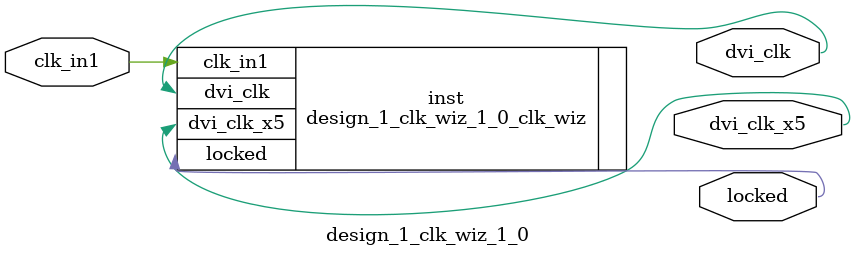
<source format=v>


`timescale 1ps/1ps

(* CORE_GENERATION_INFO = "design_1_clk_wiz_1_0,clk_wiz_v6_0_2_0_0,{component_name=design_1_clk_wiz_1_0,use_phase_alignment=true,use_min_o_jitter=false,use_max_i_jitter=false,use_dyn_phase_shift=false,use_inclk_switchover=false,use_dyn_reconfig=false,enable_axi=0,feedback_source=FDBK_AUTO,PRIMITIVE=MMCM,num_out_clk=2,clkin1_period=10.000,clkin2_period=10.000,use_power_down=false,use_reset=false,use_locked=true,use_inclk_stopped=false,feedback_type=SINGLE,CLOCK_MGR_TYPE=NA,manual_override=false}" *)

module design_1_clk_wiz_1_0 
 (
  // Clock out ports
  output        dvi_clk,
  output        dvi_clk_x5,
  // Status and control signals
  output        locked,
 // Clock in ports
  input         clk_in1
 );

  design_1_clk_wiz_1_0_clk_wiz inst
  (
  // Clock out ports  
  .dvi_clk(dvi_clk),
  .dvi_clk_x5(dvi_clk_x5),
  // Status and control signals               
  .locked(locked),
 // Clock in ports
  .clk_in1(clk_in1)
  );

endmodule

</source>
